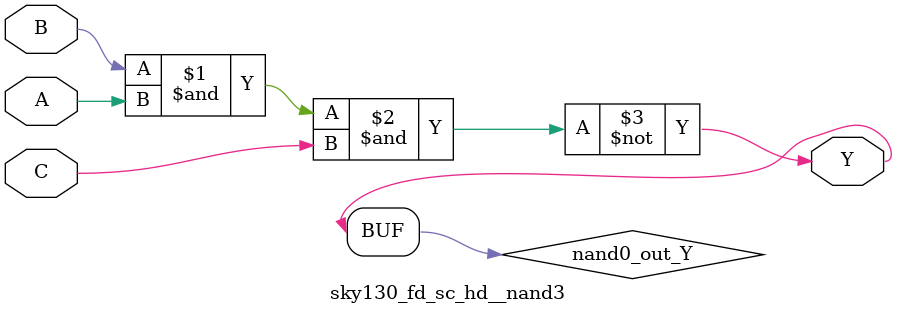
<source format=v>
/*
 * Copyright 2020 The SkyWater PDK Authors
 *
 * Licensed under the Apache License, Version 2.0 (the "License");
 * you may not use this file except in compliance with the License.
 * You may obtain a copy of the License at
 *
 *     https://www.apache.org/licenses/LICENSE-2.0
 *
 * Unless required by applicable law or agreed to in writing, software
 * distributed under the License is distributed on an "AS IS" BASIS,
 * WITHOUT WARRANTIES OR CONDITIONS OF ANY KIND, either express or implied.
 * See the License for the specific language governing permissions and
 * limitations under the License.
 *
 * SPDX-License-Identifier: Apache-2.0
*/


`ifndef SKY130_FD_SC_HD__NAND3_FUNCTIONAL_V
`define SKY130_FD_SC_HD__NAND3_FUNCTIONAL_V

/**
 * nand3: 3-input NAND.
 *
 * Verilog simulation functional model.
 */

`timescale 1ns / 1ps
`default_nettype none

`celldefine
module sky130_fd_sc_hd__nand3 (
    Y,
    A,
    B,
    C
);

    // Module ports
    output Y;
    input  A;
    input  B;
    input  C;

    // Local signals
    wire nand0_out_Y;

    //   Name   Output       Other arguments
    nand nand0 (nand0_out_Y, B, A, C        );
    buf  buf0  (Y          , nand0_out_Y    );

endmodule
`endcelldefine

`default_nettype wire
`endif  // SKY130_FD_SC_HD__NAND3_FUNCTIONAL_V
</source>
